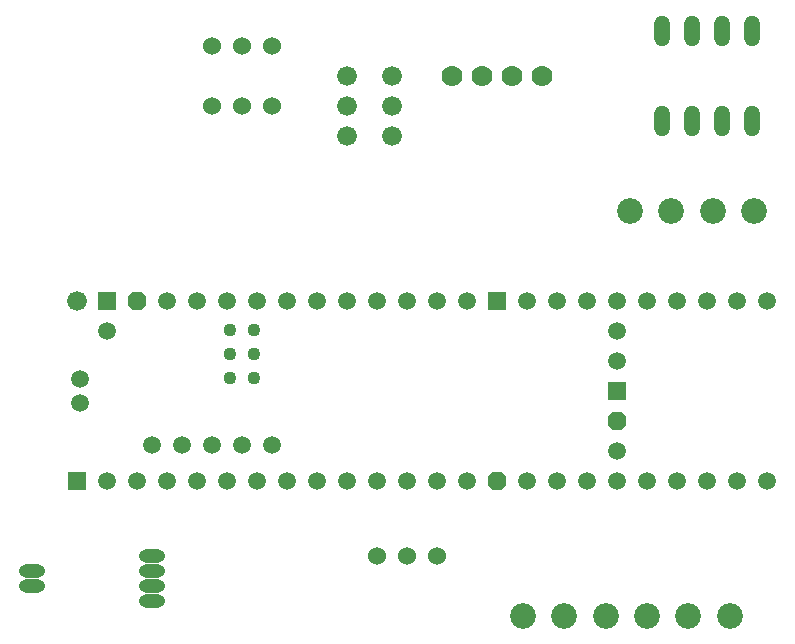
<source format=gbr>
%TF.GenerationSoftware,Altium Limited,Altium Designer,23.10.1 (27)*%
G04 Layer_Physical_Order=1*
G04 Layer_Color=255*
%FSLAX45Y45*%
%MOMM*%
%TF.SameCoordinates,38EDEDFE-2D4D-485D-A00E-A3387FA7DB34*%
%TF.FilePolarity,Positive*%
%TF.FileFunction,Copper,L1,Top,Signal*%
%TF.Part,Single*%
G01*
G75*
%TA.AperFunction,ComponentPad*%
%ADD10C,2.18440*%
%ADD11C,1.52400*%
%ADD12C,1.10795*%
%ADD13C,1.50800*%
%ADD14R,1.50800X1.50800*%
G04:AMPARAMS|DCode=15|XSize=1.508mm|YSize=1.508mm|CornerRadius=0mm|HoleSize=0mm|Usage=FLASHONLY|Rotation=90.000|XOffset=0mm|YOffset=0mm|HoleType=Round|Shape=Octagon|*
%AMOCTAGOND15*
4,1,8,0.37700,0.75400,-0.37700,0.75400,-0.75400,0.37700,-0.75400,-0.37700,-0.37700,-0.75400,0.37700,-0.75400,0.75400,-0.37700,0.75400,0.37700,0.37700,0.75400,0.0*
%
%ADD15OCTAGOND15*%

%ADD16C,1.67640*%
%ADD17R,1.50800X1.50800*%
%ADD18C,1.77800*%
%ADD19O,1.32080X2.64160*%
%ADD20O,2.21590X1.10795*%
D10*
X9335999Y2413000D02*
D03*
X7585989D02*
D03*
X7936001D02*
D03*
X8285988D02*
D03*
X8636000D02*
D03*
X8985987D02*
D03*
X8492007Y5842000D02*
D03*
X8841994D02*
D03*
X9192006D02*
D03*
X9541993D02*
D03*
D11*
X5461000Y6731000D02*
D03*
X5207000D02*
D03*
X4953000D02*
D03*
X5461000Y7239000D02*
D03*
X5207000D02*
D03*
X4953000D02*
D03*
X6858000Y2921000D02*
D03*
X6604000D02*
D03*
X6350000D02*
D03*
D12*
X5307000Y4429989D02*
D03*
Y4629988D02*
D03*
Y4829988D02*
D03*
X5107000Y4429989D02*
D03*
Y4629988D02*
D03*
Y4829988D02*
D03*
D13*
X3833012Y4218000D02*
D03*
Y4418000D02*
D03*
X7620000Y3556000D02*
D03*
X5461000Y3855999D02*
D03*
X5207000D02*
D03*
X4953000D02*
D03*
X4699000D02*
D03*
X4445000D02*
D03*
X9652000Y5080000D02*
D03*
X9398000D02*
D03*
X9144000D02*
D03*
X8890000D02*
D03*
X8636000D02*
D03*
X8382000D02*
D03*
X8128000D02*
D03*
X7874000D02*
D03*
X7620000D02*
D03*
X9652000Y3556000D02*
D03*
X9398000D02*
D03*
X9144000D02*
D03*
X8890000D02*
D03*
X8636000D02*
D03*
X8382000D02*
D03*
X8128000D02*
D03*
X7874000D02*
D03*
X4572000Y5080000D02*
D03*
X4826000D02*
D03*
X5080000D02*
D03*
X5334000D02*
D03*
X5588000D02*
D03*
X5842000D02*
D03*
X6096000D02*
D03*
X6350000D02*
D03*
X6604000D02*
D03*
X6858000D02*
D03*
X4064000Y4826000D02*
D03*
X6858000Y3556000D02*
D03*
X6604000D02*
D03*
X6350000D02*
D03*
X6096000D02*
D03*
X5842000D02*
D03*
X5588000D02*
D03*
X5334000D02*
D03*
X5080000D02*
D03*
X4826000D02*
D03*
X4572000D02*
D03*
X4318000D02*
D03*
X4064000D02*
D03*
X7112000D02*
D03*
Y5080000D02*
D03*
X8382000Y4826000D02*
D03*
Y4572000D02*
D03*
Y3810000D02*
D03*
D14*
X7366000Y5080000D02*
D03*
X8382000Y4318000D02*
D03*
X3810000Y3556000D02*
D03*
D15*
X7366000D02*
D03*
X8382000Y4064000D02*
D03*
X4318000Y5080000D02*
D03*
D16*
X3810000D02*
D03*
X6096000Y6477000D02*
D03*
Y6731000D02*
D03*
Y6985000D02*
D03*
X6477000Y6477000D02*
D03*
Y6731000D02*
D03*
Y6985000D02*
D03*
D17*
X4064000Y5080000D02*
D03*
D18*
X7747000Y6985000D02*
D03*
X7493000D02*
D03*
X7239000D02*
D03*
X6985000D02*
D03*
D19*
X9525000Y7366000D02*
D03*
X9271000D02*
D03*
X9525000Y6604000D02*
D03*
X9271000D02*
D03*
X8763000Y7366000D02*
D03*
X9017000D02*
D03*
Y6604000D02*
D03*
X8763000D02*
D03*
D20*
X4445000Y2921000D02*
D03*
Y2794000D02*
D03*
Y2667000D02*
D03*
Y2540000D02*
D03*
X3429000Y2794000D02*
D03*
Y2667000D02*
D03*
%TF.MD5,bf7c644686eb02f24f61f9a9f371edac*%
M02*

</source>
